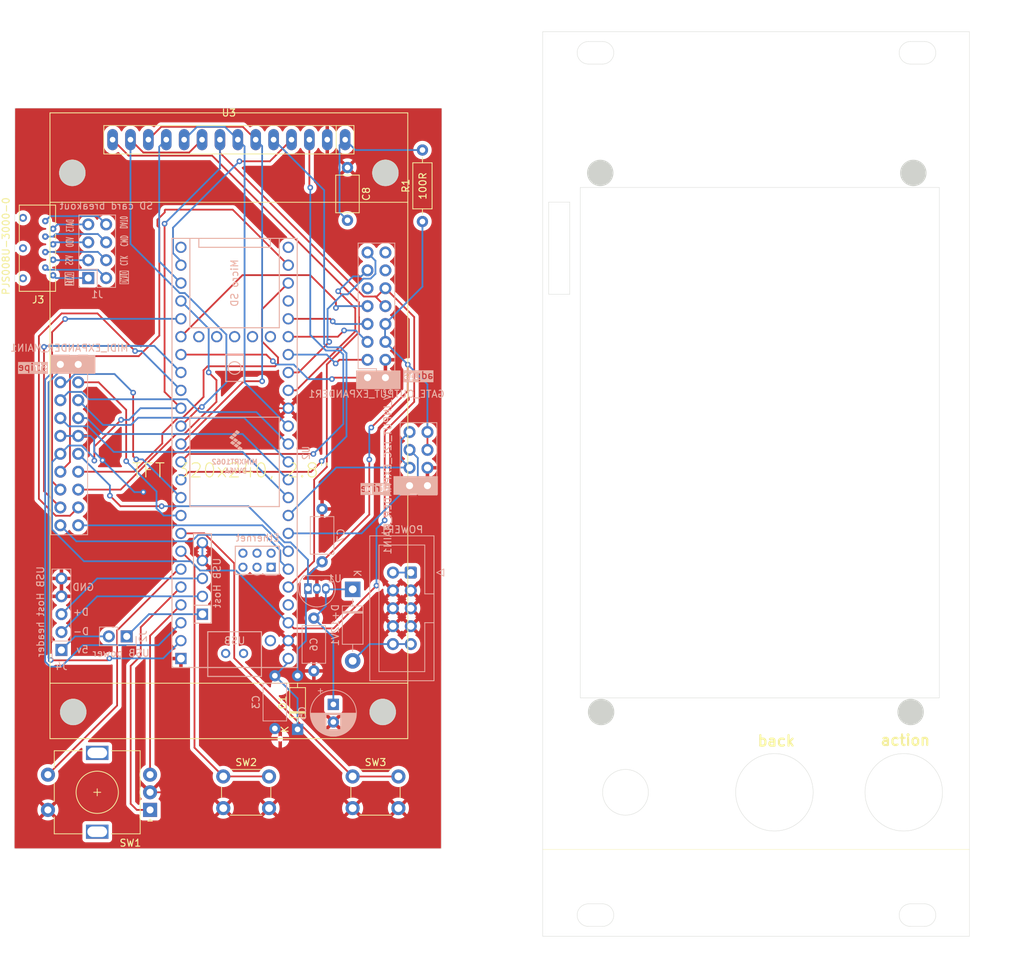
<source format=kicad_pcb>
(kicad_pcb (version 20221018) (generator pcbnew)
  (layers (0 "F.Cu" signal) (31 "B.Cu" signal) (34 "B.Paste" user) (35 "F.Paste" user) (36 "B.SilkS" user "B.Silkscreen") (37 "F.SilkS" user "F.Silkscreen") (38 "B.Mask" user) (39 "F.Mask" user) (44 "Edge.Cuts" user))
  (net 0 "")
  (net 1 "+5V")
  (net 2 "GND")
  (net 3 "+12V")
  (net 4 "+3V3")
  (net 5 "Gate SPI MOSI")
  (net 6 "Gate SPI MISO")
  (net 7 "External CS1")
  (net 8 "External CS2")
  (net 9 "Gate SPI SCK")
  (net 11 "INT_1")
  (net 13 "INT_2")
  (net 14 "i2c SCL")
  (net 15 "i2c SDA")
  (net 17 "Touch IRQ")
  (net 18 "MIDI_5_RX")
  (net 19 "MIDI_5_TX")
  (net 20 "MIDI_4_TX")
  (net 21 "MIDI_4_RX")
  (net 22 "MIDI_3_RX")
  (net 23 "MIDI_3_TX")
  (net 24 "MIDI_1_RX")
  (net 25 "MIDI_1_TX")
  (net 26 "MIDI_2_RX")
  (net 27 "MIDI_2_TX")
  (net 28 "TFT DC")
  (net 29 "TFT CS")
  (net 30 "TFT SPI MOSI")
  (net 31 "TFT SPI MISO")
  (net 32 "TFT Reset")
  (net 33 "Touch CS")
  (net 34 "MIDI_8_TX")
  (net 35 "MIDI_8_RX")
  (net 36 "MIDI_7_TX")
  (net 37 "MIDI_6_TX")
  (net 38 "MIDI_7_RX")
  (net 39 "Net-(J1-Pin_1)")
  (net 40 "MIDI_6_RX")
  (net 41 "Net-(J1-Pin_2)")
  (net 42 "TFT SPI SCK")
  (net 43 "Net-(D+12V1-A)")
  (net 44 "Net-(U3-VCC)")
  (net 45 "Net-(J1-Pin_3)")
  (net 46 "Net-(J1-Pin_4)")
  (net 47 "Net-(J1-Pin_5)")
  (net 48 "Net-(J1-Pin_6)")
  (net 49 "Net-(J1-Pin_7)")
  (net 50 "Net-(J1-Pin_8)")
  (net 51 "Net-(J2-Pin_1)")
  (net 52 "Net-(J2-Pin_2)")
  (net 53 "Net-(POWER1-Pin_1)")
  (net 54 "Net-(U2-3_LRCLK2)")
  (net 55 "Net-(U2-2_OUT2)")
  (net 56 "Net-(U2-4_BCLK2)")
  (net 57 "Net-(U2-5_IN2)")
  (net 58 "Net-(U2-6_OUT1D)")
  (net 69 "Net-(J4-Pin_2)")
  (net 70 "Net-(J4-Pin_3)")
  (net 79 "Net-(D1-K)")
  (footprint "Button_Switch_THT:SW_PUSH_6mm_H13mm" (layer "F.Cu") (at 91.687089 129.1188)
    (fp_text reference "SW3")
    (fp_text value "SW_Push_Select")
  )
  (footprint "Capacitor_THT:C_Axial_L5.1mm_D3.1mm_P7.50mm_Horizontal" (layer "F.Cu") (at 90.9574 42.6142 -90)
    (fp_text reference "C8")
    (fp_text value "C_Small")
  )
  (footprint "Diode_THT:D_DO-35_SOD27_P7.62mm_Horizontal" (layer "F.Cu") (at 83.8708 122.428 90)
    (fp_text reference "D1")
    (fp_text value "1N4148")
  )
  (footprint "Button_Switch_THT:SW_PUSH_6mm_H13mm" (layer "F.Cu") (at 73.321413 129.1188)
    (fp_text reference "SW2")
    (fp_text value "SW_Push_Back")
  )
  (footprint "doctea:RotaryEncoder_Alps_EC11E-Switch_Vertical_H20mm" (layer "F.Cu") (at 62.9268 133.8688 180)
    (fp_text reference "SW1")
    (fp_text value "Rotary_Encoder_Switch")
  )
  (footprint "ili9341:TFT-320x240" (layer "F.Cu") (at 74.1172 38.6588 180)
    (fp_text reference "U3")
    (fp_text value "TFT_320x240")
  )
  (footprint "Resistor_THT:R_Axial_DIN0207_L6.3mm_D2.5mm_P10.16mm_Horizontal" (layer "F.Cu") (at 101.6 50.292 90)
    (fp_text reference "R1")
    (fp_text value "100R")
  )
  (footprint "footprints:PJS008U-3000-0" (layer "F.Cu") (at 48.0568 50.225599 -90)
    (fp_text reference "J3")
    (fp_text value "PJS008U-3000-0")
  )
  (footprint "Connector_PinHeader_2.54mm:PinHeader_2x04_P2.54mm_Vertical" (layer "B.Cu") (at 54.1528 58.3184)
    (fp_text reference "J1")
    (fp_text value "SD card breakout")
  )
  (footprint "teensy:Teensy41" (layer "B.Cu") (at 74.93 83.1596 90)
    (fp_text reference "U2")
    (fp_text value "Teensy4.1")
  )
  (footprint "Connector_PinHeader_2.54mm:PinHeader_2x04_P2.54mm_Vertical" (layer "B.Cu") (at 99.7712 87.8078)
    (fp_text reference "CV_INPUT_I2C_EXPANDER_MAIN1")
    (fp_text value "8 pin header")
  )
  (footprint "Capacitor_THT:C_Axial_L5.1mm_D3.1mm_P7.50mm_Horizontal" (layer "B.Cu") (at 87.3506 98.619 90)
    (fp_text reference "C7")
    (fp_text value "1uF")
  )
  (footprint "Package_TO_SOT_THT:TO-92_Inline" (layer "B.Cu") (at 85.344 102.4382)
    (fp_text reference "U1")
    (fp_text value "L78L05_TO92")
  )
  (footprint "Capacitor_THT:C_Axial_L5.1mm_D3.1mm_P7.50mm_Horizontal" (layer "B.Cu") (at 86.1822 106.6292 -90)
    (fp_text reference "C6")
    (fp_text value "10uF")
  )
  (footprint "Diode_THT:D_DO-41_SOD81_P10.16mm_Horizontal" (layer "B.Cu") (at 91.694 102.5398 -90)
    (fp_text reference "D+12V1")
    (fp_text value "1N5817")
  )
  (footprint "Capacitor_THT:C_Axial_L5.1mm_D3.1mm_P7.50mm_Horizontal" (layer "B.Cu") (at 80.645 114.808 -90)
    (fp_text reference "C3")
    (fp_text value "C_Small")
  )
  (footprint "Connector_IDC:IDC-Header_2x05_P2.54mm_Vertical" (layer "B.Cu") (at 99.949 100.1522 180)
    (fp_text reference "POWER1")
    (fp_text value "Eurorack power header")
  )
  (footprint "Connector_PinHeader_2.54mm:PinHeader_2x08_P2.54mm_Vertical" (layer "B.Cu") (at 93.8022 72.4662)
    (fp_text reference "GATE_OUTPUT_EXPANDER1")
    (fp_text value "16 pin header")
  )
  (footprint "Capacitor_THT:CP_Radial_D6.3mm_P2.50mm" (layer "B.Cu") (at 88.9508 118.883421 -90)
    (fp_text reference "C5")
    (fp_text value "C_Polarized_Small")
  )
  (footprint "Connector_PinHeader_2.54mm:PinHeader_1x05_P2.54mm_Vertical" (layer "B.Cu") (at 50.3428 111.1504)
    (fp_text reference "J4")
    (fp_text value "USB Host header")
  )
  (footprint "Connector_PinHeader_2.54mm:PinHeader_2x10_P2.54mm_Vertical" (layer "B.Cu") (at 52.7304 70.5866 180)
    (fp_text reference "MIDI_EXPANDER_MAIN1")
    (fp_text value "20 pin header")
  )
  (footprint "Connector_PinHeader_2.54mm:PinHeader_1x02_P2.54mm_Vertical" (layer "B.Cu") (at 59.6138 109.22 90)
    (fp_text reference "J2")
    (fp_text value "USB power")
  )
  (gr_rect (start 92.2436 71.501) (end 98.425 74.041) (stroke (width 0.12)) (fill solid) (layer "B.SilkS"))
  (gr_rect (start 48.922138 69.3166) (end 55.103538 71.8566) (stroke (width 0.12)) (fill solid) (layer "B.SilkS"))
  (gr_rect (start 97.5441 86.5124) (end 103.7255 89.0524) (stroke (width 0.12)) (fill solid) (layer "B.SilkS"))
  (gr_line (start 118.6646 139.4966) (end 179.2646 139.4966) (stroke (width 0.05)) (layer "F.SilkS"))
  (gr_line (start 127.1664 147.217) (end 125.1664 147.217) (stroke (width 0.05)) (layer "Edge.Cuts"))
  (gr_line (start 127.1664 24.717) (end 125.1664 24.717) (stroke (width 0.05)) (layer "Edge.Cuts"))
  (gr_circle (center 126.8454 43.383) (end 128.6954 43.383) (stroke (width 0.05)) (fill solid) (layer "Edge.Cuts"))
  (gr_line (start 172.8864 24.717) (end 170.8864 24.717) (stroke (width 0.05)) (layer "Edge.Cuts"))
  (gr_arc (start 127.1664 24.717) (mid 128.7664 26.317) (end 127.1664 27.917) (stroke (width 0.05)) (layer "Edge.Cuts"))
  (gr_line (start 104.2648 139.3698) (end 104.3388 34.1884) (stroke (width 0.05)) (layer "Edge.Cuts"))
  (gr_arc (start 125.1664 150.417) (mid 123.5664 148.817) (end 125.1664 147.217) (stroke (width 0.05)) (layer "Edge.Cuts"))
  (gr_line (start 170.8864 27.917) (end 172.8864 27.917) (stroke (width 0.05)) (layer "Edge.Cuts"))
  (gr_circle (center 171.2954 43.383) (end 173.1454 43.383) (stroke (width 0.05)) (fill solid) (layer "Edge.Cuts"))
  (gr_line (start 118.6664 151.817) (end 179.2664 151.817) (stroke (width 0.05)) (layer "Edge.Cuts"))
  (gr_rect (start 119.5175 47.5232) (end 122.5274 60.6296) (stroke (width 0.05)) (fill none) (layer "Edge.Cuts"))
  (gr_line (start 170.8864 150.417) (end 172.8864 150.417) (stroke (width 0.05)) (layer "Edge.Cuts"))
  (gr_line (start 172.8864 147.217) (end 170.8864 147.217) (stroke (width 0.05)) (layer "Edge.Cuts"))
  (gr_arc (start 172.8864 147.217) (mid 174.4864 148.817) (end 172.8864 150.417) (stroke (width 0.05)) (layer "Edge.Cuts"))
  (gr_line (start 179.2664 151.817) (end 179.2664 23.317) (stroke (width 0.05)) (layer "Edge.Cuts"))
  (gr_arc (start 125.1664 27.917) (mid 123.5664 26.317) (end 125.1664 24.717) (stroke (width 0.05)) (layer "Edge.Cuts"))
  (gr_circle (center 130.4272 131.3688) (end 133.6772 131.3688) (stroke (width 0.05)) (fill none) (layer "Edge.Cuts"))
  (gr_circle (center 51.8922 43.3832) (end 53.7422 43.3832) (stroke (width 0.05)) (fill solid) (layer "Edge.Cuts"))
  (gr_line (start 118.6664 23.317) (end 118.6664 151.817) (stroke (width 0.05)) (layer "Edge.Cuts"))
  (gr_circle (center 151.5716 131.3688) (end 157.0716 131.3688) (stroke (width 0.05)) (fill none) (layer "Edge.Cuts"))
  (gr_line (start 125.1664 150.417) (end 127.1664 150.417) (stroke (width 0.05)) (layer "Edge.Cuts"))
  (gr_line (start 179.2664 23.317) (end 118.6664 23.317) (stroke (width 0.05)) (layer "Edge.Cuts"))
  (gr_circle (center 169.9368 131.3688) (end 175.4368 131.3688) (stroke (width 0.05)) (fill none) (layer "Edge.Cuts"))
  (gr_circle (center 126.9682 119.964) (end 128.8182 119.964) (stroke (width 0.05)) (fill solid) (layer "Edge.Cuts"))
  (gr_line (start 43.7388 34.1884) (end 43.6648 139.3698) (stroke (width 0.05)) (layer "Edge.Cuts"))
  (gr_circle (center 96.3422 43.3832) (end 98.1922 43.3832) (stroke (width 0.05)) (fill solid) (layer "Edge.Cuts"))
  (gr_arc (start 127.1664 147.217) (mid 128.7664 148.817) (end 127.1664 150.417) (stroke (width 0.05)) (layer "Edge.Cuts"))
  (gr_circle (center 52.015 119.9642) (end 53.865 119.9642) (stroke (width 0.05)) (fill solid) (layer "Edge.Cuts"))
  (gr_rect (start 124.002 45.4486) (end 175.002 117.9486) (stroke (width 0.05)) (fill none) (layer "Edge.Cuts"))
  (gr_circle (center 95.9612 119.9642) (end 97.8112 119.9642) (stroke (width 0.05)) (fill solid) (layer "Edge.Cuts"))
  (gr_line (start 104.3388 34.1884) (end 43.7388 34.1884) (stroke (width 0.05)) (layer "Edge.Cuts"))
  (gr_arc (start 170.8864 27.917) (mid 169.2864 26.317) (end 170.8864 24.717) (stroke (width 0.05)) (layer "Edge.Cuts"))
  (gr_arc (start 170.8864 150.417) (mid 169.2864 148.817) (end 170.8864 147.217) (stroke (width 0.05)) (layer "Edge.Cuts"))
  (gr_circle (center 170.9144 119.964) (end 172.7644 119.964) (stroke (width 0.05)) (fill solid) (layer "Edge.Cuts"))
  (gr_arc (start 172.8864 24.717) (mid 174.4864 26.317) (end 172.8864 27.917) (stroke (width 0.05)) (layer "Edge.Cuts"))
  (gr_line (start 125.1664 27.917) (end 127.1664 27.917) (stroke (width 0.05)) (layer "Edge.Cuts"))
  (gr_line (start 43.6648 139.3698) (end 104.2648 139.3698) (stroke (width 0.05)) (layer "Edge.Cuts"))
  (gr_text "CLK" (at 58.5978 56.6166 -90) (layer "B.SilkS") (effects (font (size 1 0.5) (thickness 0.125)) (justify left bottom mirror)))
  (gr_text "DAT3" (at 52.1716 49.8856 90) (layer "B.SilkS") (effects (font (size 1 0.5) (thickness 0.125)) (justify left bottom mirror)))
  (gr_text "5v" (at 53.3146 111.0996) (layer "B.SilkS") (effects (font (size 1 1)) (justify mirror)))
  (gr_text "D+\n" (at 53.1114 105.7656) (layer "B.SilkS") (effects (font (size 1 1)) (justify mirror)))
  (gr_text "stripe" (at 98.8314 71.8058 180) (layer "B.SilkS" knockout) (effects (font (size 1 1)) (justify left bottom mirror)))
  (gr_text "VDD" (at 52.1462 52.4256 90) (layer "B.SilkS") (effects (font (size 1 0.5) (thickness 0.125)) (justify left bottom mirror)))
  (gr_text "VSS" (at 52.07 55.0164 90) (layer "B.SilkS") (effects (font (size 1 0.5) (thickness 0.125)) (justify left bottom mirror)))
  (gr_text "DAT0" (at 58.6232 59.2074 -90) (layer "B.SilkS" knockout) (effects (font (size 1 0.5) (thickness 0.125)) (justify left bottom mirror)))
  (gr_text "D-\n\n" (at 53.1368 109.3216) (layer "B.SilkS") (effects (font (size 1 1)) (justify mirror)))
  (gr_text "CMD" (at 58.6232 53.8988 -90) (layer "B.SilkS") (effects (font (size 1 0.5) (thickness 0.125)) (justify left bottom mirror)))
  (gr_text "DAT0" (at 58.5724 51.3842 -90) (layer "B.SilkS") (effects (font (size 1 0.5) (thickness 0.125)) (justify left bottom mirror)))
  (gr_text "stripe" (at 97.1377 88.7476) (layer "B.SilkS" knockout) (effects (font (size 1 1)) (justify left bottom mirror)))
  (gr_text "DAT1\n" (at 52.0954 57.4548 90) (layer "B.SilkS" knockout) (effects (font (size 1 0.5) (thickness 0.125)) (justify left bottom mirror)))
  (gr_text "stripe" (at 48.515738 71.5518) (layer "B.SilkS" knockout) (effects (font (size 1 1)) (justify left bottom mirror)))
  (gr_text "GND" (at 53.4416 102.235) (layer "B.SilkS") (effects (font (size 1 1)) (justify mirror)))
  (gr_text "action" (at 166.497 124.841) (layer "F.SilkS") (effects (font (size 1.5 1.5) (thickness 0.3) bold) (justify left bottom)))
  (gr_text "back" (at 149.0218 124.9426) (layer "F.SilkS") (effects (font (size 1.5 1.5) (thickness 0.3) bold) (justify left bottom)))
  (segment (start 94.0562 91.9134) (end 94.0562 84.0994) (width 0.25) (layer "F.Cu") (net 1))
  (segment (start 99.5172 70.612) (end 99.5172 74.3712) (width 0.25) (layer "F.Cu") (net 1))
  (segment (start 99.5172 74.3712) (end 94.3356 79.5528) (width 0.25) (layer "F.Cu") (net 1))
  (segment (start 94.0562 91.9134) (end 87.3506 98.619) (width 0.25) (layer "F.Cu") (net 1))
  (segment (start 102.3112 80.1878) (end 102.3112 82.7278) (width 0.25) (layer "F.Cu") (net 1))
  (segment (start 64.5668 90.7288) (end 58.7248 90.7288) (width 0.25) (layer "F.Cu") (net 1))
  (segment (start 58.7248 90.7288) (end 57.2262 89.2302) (width 0.25) (layer "F.Cu") (net 1))
  (via (at 57.2262 89.2302) (size 0.8) (drill 0.4) (layers "F.Cu" "B.Cu") (net 1))
  (via (at 64.5668 90.7288) (size 0.8) (drill 0.4) (layers "F.Cu" "B.Cu") (net 1))
  (via (at 94.3356 79.5528) (size 0.8) (drill 0.4) (layers "F.Cu" "B.Cu") (net 1))
  (via (at 99.5172 70.612) (size 0.8) (drill 0.4) (layers "F.Cu" "B.Cu") (net 1))
  (via (at 94.0562 84.0994) (size 0.8) (drill 0.4) (layers "F.Cu" "B.Cu") (net 1))
  (segment (start 82.870991 95.8596) (end 82.0166 95.8596) (width 0.25) (layer "B.Cu") (net 1))
  (segment (start 83.8708 111.0488) (end 83.8708 114.808) (width 0.25) (layer "B.Cu") (net 1))
  (segment (start 96.2914 67.3862) (end 96.2914 64.8462) (width 0.25) (layer "B.Cu") (net 1))
  (segment (start 82.0166 95.8596) (end 76.8858 90.7288) (width 0.25) (layer "B.Cu") (net 1))
  (segment (start 85.0572 102.725) (end 85.0572 109.8624) (width 0.25) (layer "B.Cu") (net 1))
  (segment (start 101.6 59.5376) (end 101.6 50.292) (width 0.25) (layer "B.Cu") (net 1))
  (segment (start 94.0562 84.0994) (end 94.0562 79.8322) (width 0.25) (layer "B.Cu") (net 1))
  (segment (start 76.8858 90.7288) (end 64.5668 90.7288) (width 0.25) (layer "B.Cu") (net 1))
  (segment (start 85.0572 109.8624) (end 83.8708 111.0488) (width 0.25) (layer "B.Cu") (net 1))
  (segment (start 102.3062 73.401) (end 96.2914 67.3862) (width 0.25) (layer "B.Cu") (net 1))
  (segment (start 96.2914 64.8462) (end 101.6 59.5376) (width 0.25) (layer "B.Cu") (net 1))
  (segment (start 57.2262 87.7824) (end 53.048598 83.604798) (width 0.25) (layer "B.Cu") (net 1))
  (segment (start 85.344 98.332609) (end 82.870991 95.8596) (width 0.25) (layer "B.Cu") (net 1))
  (segment (start 85.344 100.6256) (end 85.344 102.4382) (width 0.25) (layer "B.Cu") (net 1))
  (segment (start 94.0562 79.8322) (end 94.3356 79.5528) (width 0.25) (layer "B.Cu") (net 1))
  (segment (start 57.2262 89.2302) (end 57.2262 87.7824) (width 0.25) (layer "B.Cu") (net 1))
  (segment (start 85.344 100.6256) (end 85.344 98.332609) (width 0.25) (layer "B.Cu") (net 1))
  (segment (start 102.3062 80.1524) (end 102.3062 73.401) (width 0.25) (layer "B.Cu") (net 1))
  (segment (start 87.3506 98.619) (end 85.344 100.6256) (width 0.25) (layer "B.Cu") (net 1))
  (segment (start 64.7192 85.979) (end 64.7192 84.6836) (width 0.25) (layer "F.Cu") (net 2))
  (segment (start 71.071413 131.3688) (end 73.321413 133.6188) (width 0.25) (layer "F.Cu") (net 2))
  (segment (start 67.7926 131.3688) (end 71.071413 131.3688) (width 0.25) (layer "F.Cu") (net 2))
  (segment (start 67.707191 83.0834) (end 66.3194 83.0834) (width 0.25) (layer "F.Cu") (net 2))
  (segment (start 66.3194 83.0834) (end 64.7192 84.6836) (width 0.25) (layer "F.Cu") (net 2))
  (segment (start 62.9268 131.3688) (end 67.7418 131.3688) (width 0.25) (layer "F.Cu") (net 2))
  (segment (start 67.7418 131.3688) (end 67.7672 131.3942) (width 0.25) (layer "F.Cu") (net 2))
  (segment (start 67.7672 131.3942) (end 67.7926 131.3688) (width 0.25) (layer "F.Cu") (net 2))
  (segment (start 73.980991 76.8096) (end 67.707191 83.0834) (width 0.25) (layer "F.Cu") (net 2))
  (segment (start 61.976 88.7222) (end 64.7192 85.979) (width 0.25) (layer "F.Cu") (net 2))
  (segment (start 82.55 76.8096) (end 73.980991 76.8096) (width 0.25) (layer "F.Cu") (net 2))
  (via (at 61.976 88.7222) (size 0.8) (drill 0.4) (layers "F.Cu" "B.Cu") (net 2))
  (via (at 56.1848 84.201) (size 0.8) (drill 0.4) (layers "F.Cu" "B.Cu") (net 2))
  (segment (start 70.3608 98.4504) (end 70.3608 95.9104) (width 0.25) (layer "B.Cu") (net 2))
  (segment (start 54.992874 83.009074) (end 54.992874 81.251576) (width 0.25) (layer "B.Cu") (net 2))
  (segment (start 52.7304 80.7466) (end 54.487898 80.7466) (width 0.25) (layer "B.Cu") (net 2))
  (segment (start 61.976 88.7222) (end 60.706 88.7222) (width 0.25) (layer "B.Cu") (net 2))
  (segment (start 50.1904 80.7466) (end 52.7304 80.7466) (width 0.25) (layer "B.Cu") (net 2))
  (segment (start 60.706 88.7222) (end 54.992874 83.009074) (width 0.25) (layer "B.Cu") (net 2))
  (segment (start 54.487898 80.7466) (end 54.992874 81.251576) (width 0.25) (layer "B.Cu") (net 2))
  (segment (start 87.884 102.4382) (end 87.884 104.9274) (width 0.25) (layer "B.Cu") (net 3))
  (segment (start 88.9508 109.3978) (end 88.9508 118.883421) (width 0.25) (layer "B.Cu") (net 3))
  (segment (start 87.884 104.9274) (end 86.1822 106.6292) (width 0.25) (layer "B.Cu") (net 3))
  (segment (start 91.694 102.5398) (end 87.9856 102.5398) (width 0.25) (layer "B.Cu") (net 3))
  (segment (start 86.1822 106.6292) (end 88.9508 109.3978) (width 0.25) (layer "B.Cu") (net 3))
  (segment (start 55.0164 82.252648) (end 55.0164 84.2518) (width 0.25) (layer "F.Cu") (net 4))
  (segment (start 96.2406 80.11036) (end 96.2406 92.7354) (width 0.25) (layer "F.Cu") (net 4))
  (segment (start 82.55 107.2896) (end 83.349999 108.089599) (width 0.25) (layer "F.Cu") (net 4))
  (segment (start 72.8472 40.523701) (end 93.264699 60.9412) (width 0.25) (layer "F.Cu") (net 4))
  (segment (start 64.9865 74.4861) (end 64.9865 50.5968) (width 0.25) (layer "F.Cu") (net 4))
  (segment (start 95.1164 60.9412) (end 96.2914 59.7662) (width 0.25) (layer "F.Cu") (net 4))
  (segment (start 93.264699 60.9412) (end 94.8436 60.9412) (width 0.25) (layer "F.Cu") (net 4))
  (segment (start 72.8472 38.6588) (end 72.8472 40.523701) (width 0.25) (layer "F.Cu") (net 4))
  (segment (start 100.4316 75.90616) (end 100.4316 63.8556) (width 0.25) (layer "F.Cu") (net 4))
  (segment (start 67.31 76.8096) (end 64.9865 74.4861) (width 0.25) (layer "F.Cu") (net 4))
  (segment (start 96.2914 62.3062) (end 94.9264 60.9412) (width 0.25) (layer "F.Cu") (net 4))
  (segment (start 96.234 80.10376) (end 100.4316 75.90616) (width 0.25) (layer "F.Cu") (net 4))
  (segment (start 88.994201 108.089599) (end 95.0748 102.009) (width 0.25) (layer "F.Cu") (net 4))
  (segment (start 96.234 80.10376) (end 96.2406 80.11036) (width 0.25) (layer "F.Cu") (net 4))
  (segment (start 94.8436 60.9412) (end 95.1164 60.9412) (width 0.25) (layer "F.Cu") (net 4))
  (segment (start 94.9264 60.9412) (end 94.8436 60.9412) (width 0.25) (layer "F.Cu") (net 4))
  (segment (start 58.8131 78.455948) (end 55.0164 82.252648) (width 0.25) (layer "F.Cu") (net 4))
  (segment (start 100.4316 63.8556) (end 96.3422 59.7662) (width 0.25) (layer "F.Cu") (net 4))
  (segment (start 83.349999 108.089599) (end 88.994201 108.089599) (width 0.25) (layer "F.Cu") (net 4))
  (via (at 55.0164 84.2518) (size 0.8) (drill 0.4) (layers "F.Cu" "B.Cu") (net 4))
  (via (at 58.8131 78.455948) (size 0.8) (drill 0.4) (layers "F.Cu" "B.Cu") (net 4))
  (via (at 64.9865 50.5968) (size 0.8) (drill 0.4) (layers "F.Cu" "B.Cu") (net 4))
  (via (at 95.0748 102.009) (size 0.8) (drill 0.4) (layers "F.Cu" "B.Cu") (net 4))
  (via (at 96.2406 92.7354) (size 0.8) (drill 0.4) (layers "F.Cu" "B.Cu") (net 4))
  (segment (start 53.5358 98.5446) (end 68.6996 98.5446) (width 0.25) (layer "B.Cu") (net 4))
  (segment (start 49.0154 84.4616) (end 49.0154 94.0242) (width 0.25) (layer "B.Cu") (net 4))
  (segment (start 51.3654 82.1116) (end 50.1904 83.2866) (width 0.25) (layer "B.Cu") (net 4))
  (segment (start 61.5696 76.8096) (end 59.923252 78.455948) (width 0.25) (layer "B.Cu") (net 4))
  (segment (start 72.8472 38.6588) (end 72.8472 42.7361) (width 0.25) (layer "B.Cu") (net 4))
  (segment (start 55.0164 84.2518) (end 55.0164 83.910899) (width 0.25) (layer "B.Cu") (net 4))
  (segment (start 59.923252 78.455948) (end 58.8131 78.455948) (width 0.25) (layer "B.Cu") (net 4))
  (segment (start 72.8472 42.7361) (end 64.9865 50.5968) (width 0.25) (layer "B.Cu") (net 4))
  (segment (start 96.2406 92.7354) (end 95.0748 93.9012) (width 0.25) (layer "B.Cu") (net 4))
  (segment (start 70.0204 99.8654) (end 75.1258 99.8654) (width 0.25) (layer "B.Cu") (net 4))
  (segment (start 75.1258 99.8654) (end 82.55 107.2896) (width 0.25) (layer "B.Cu") (net 4))
  (segment (start 95.0748 93.9012) (end 95.0748 102.009) (width 0.25) (layer "B.Cu") (net 4))
  (segment (start 68.6996 98.5446) (end 70.0204 99.8654) (width 0.25) (layer "B.Cu") (net 4))
  (segment (start 55.0164 83.910899) (end 53.217101 82.1116) (width 0.25) (layer "B.Cu") (net 4))
  (segment (start 50.1904 83.2866) (end 49.0154 84.4616) (width 0.25) (layer "B.Cu") (net 4))
  (segment (start 49.0154 94.0242) (end 53.5358 98.5446) (width 0.25) (layer "B.Cu") (net 4))
  (segment (start 67.31 76.8096) (end 61.5696 76.8096) (width 0.25) (layer "B.Cu") (net 4))
  (segment (start 53.217101 82.1116) (end 51.3654 82.1116) (width 0.25) (layer "B.Cu") (net 4))
  (segment (start 88.9508 72.4662) (end 93.7514 72.4662) (width 0.25) (layer "F.Cu") (net 5))
  (segment (start 79.4258 69.1896) (end 80.3656 70.1294) (width 0.25) (layer "F.Cu") (net 5))
  (segment (start 67.31 69.1896) (end 79.4258 69.1896) (width 0.25) (layer "F.Cu") (net 5))
  (segment (start 88.7476 72.6694) (end 88.9508 72.4662) (width 0.25) (layer "F.Cu") (net 5))
  (via (at 80.3656 70.1294) (size 0.8) (drill 0.4) (layers "F.Cu" "B.Cu") (net 5))
  (via (at 88.7476 72.6694) (size 0.8) (drill 0.4) (layers "F.Cu" "B.Cu") (net 5))
  (segment (start 83.329011 70.604301) (end 85.39411 72.6694) (width 0.25) (layer "B.Cu") (net 5))
  (segment (start 85.39411 72.6694) (end 88.7476 72.6694) (width 0.25) (layer "B.Cu") (net 5))
  (segment (start 80.3656 70.1294) (end 80.840501 70.604301) (width 0.25) (layer "B.Cu") (net 5))
  (segment (start 80.840501 70.604301) (end 83.329011 70.604301) (width 0.25) (layer "B.Cu") (net 5))
  (segment (start 89.281 70.4596) (end 89.8144 69.9262) (width 0.25) (layer "F.Cu") (net 6))
  (segment (start 89.8144 69.9262) (end 93.7514 69.9262) (width 0.25) (layer "F.Cu") (net 6))
  (via (at 89.281 70.4596) (size 0.8) (drill 0.4) (layers "F.Cu" "B.Cu") (net 6))
  (segment (start 88.011 69.1896) (end 89.281 70.4596) (width 0.25) (layer "B.Cu") (net 6))
  (segment (start 82.55 69.1896) (end 88.011 69.1896) (width 0.25) (layer "B.Cu") (net 6))
  (segment (start 82.55 66.6496) (end 89.5858 66.6496) (width 0.25) (layer "F.Cu") (net 7))
  (segment (start 89.5858 66.6496) (end 90.4748 65.7606) (width 0.25) (layer "F.Cu") (net 7))
  (via (at 90.4748 65.7606) (size 0.8) (drill 0.4) (layers "F.Cu" "B.Cu") (net 7))
  (segment (start 92.1258 65.7606) (end 93.7514 67.3862) (width 0.25) (layer "B.Cu") (net 7))
  (segment (start 90.4748 65.7606) (end 92.1258 65.7606) (width 0.25) (layer "B.Cu") (net 7))
  (segment (start 88.5057 64.1096) (end 88.863651 64.467551) (width 0.25) (layer "F.Cu") (net 8))
  (segment (start 82.55 64.1096) (end 88.5057 64.1096) (width 0.25) (layer "F.Cu") (net 8))
  (via (at 88.863651 64.467551) (size 0.8) (drill 0.4) (layers "F.Cu" "B.Cu") (net 8))
  (segment (start 89.2423 64.8462) (end 88.863651 64.467551) (width 0.25) (layer "B.Cu") (net 8))
  (segment (start 93.7514 64.8462) (end 89.2423 64.8462) (width 0.25) (layer "B.Cu") (net 8))
  (segment (start 85.6668 57.9046) (end 89.316749 61.554549) (width 0.25) (layer "F.Cu") (net 9))
  (segment (start 76.055 57.9046) (end 85.6668 57.9046) (width 0.25) (layer "F.Cu") (net 9))
  (segment (start 67.31 66.6496) (end 76.055 57.9046) (width 0.25) (layer "F.Cu") (net 9))
  (segment (start 89.316749 61.554549) (end 89.316749 62.558449) (width 0.25) (layer "F.Cu") (net 9))
  (via (at 89.316749 62.558449) (size 0.8) (drill 0.4) (layers "F.Cu" "B.Cu") (net 9))
  (segment (start 93.7514 62.3062) (end 89.568998 62.3062) (width 0.25) (layer "B.Cu") (net 9))
  (segment (start 89.568998 62.3062) (end 89.316749 62.558449) (width 0.25) (layer "B.Cu") (net 9))
  (segment (start 84.013865 71.7296) (end 88.369365 67.3741) (width 0.25) (layer "F.Cu") (net 11))
  (segment (start 82.55 71.7296) (end 84.013865 71.7296) (width 0.25) (layer "F.Cu") (net 11))
  (via (at 88.369365 67.3741) (size 0.8) (drill 0.4) (layers "F.Cu" "B.Cu") (net 11))
  (segment (start 88.128723 62.721877) (end 88.128723 67.133458) (width 0.25) (layer "B.Cu") (net 11))
  (segment (start 90.2196 60.631) (end 88.128723 62.721877) (width 0.25) (layer "B.Cu") (net 11))
  (segment (start 93.7514 54.6862) (end 94.9264 55.8612) (width 0.25) (layer "B.Cu") (net 11))
  (segment (start 93.212796 58.4012) (end 90.982996 60.631) (width 0.25) (layer "B.Cu") (net 11))
  (segment (start 94.9264 57.712901) (end 94.238101 58.4012) (width 0.25) (layer "B.Cu") (net 11))
  (segment (start 88.128723 67.133458) (end 88.369365 67.3741) (width 0.25) (layer "B.Cu") (net 11))
  (segment (start 90.982996 60.631) (end 90.2196 60.631) (width 0.25) (layer "B.Cu") (net 11))
  (segment (start 94.9264 55.8612) (end 94.9264 57.712901) (width 0.25) (layer "B.Cu") (net 11))
  (segment (start 94.238101 58.4012) (end 93.212796 58.4012) (width 0.25) (layer "B.Cu") (net 11))
  (segment (start 92.067301 62.620916) (end 89.636193 60.189808) (width 0.25) (layer "F.Cu") (net 13))
  (segment (start 82.55 74.2696) (end 83.68137 74.2696) (width 0.25) (layer "F.Cu") (net 13))
  (segment (start 83.68137 74.2696) (end 92.067301 65.883669) (width 0.25) (layer "F.Cu") (net 13))
  (segment (start 92.067301 65.883669) (end 92.067301 62.620916) (width 0.25) (layer "F.Cu") (net 13))
  (via (at 89.636193 60.189808) (size 0.8) (drill 0.4) (layers "F.Cu" "B.Cu") (net 13))
  (segment (start 92.9014 58.0762) (end 91.749801 58.0762) (width 0.25) (layer "B.Cu") (net 13))
  (segment (start 93.7514 57.2262) (end 92.9014 58.0762) (width 0.25) (layer "B.Cu") (net 13))
  (segment (start 91.749801 58.0762) (end 89.636193 60.189808) (width 0.25) (layer "B.Cu") (net 13))
  (segment (start 99.7662 82.6924) (end 100.9412 83.8674) (width 0.25) (layer "B.Cu") (net 14))
  (segment (start 100.9412 83.8674) (end 100.9412 86.5974) (width 0.25) (layer "B.Cu") (net 14))
  (segment (start 99.7662 87.7724) (end 92.949 94.5896) (width 0.25) (layer "B.Cu") (net 14))
  (segment (start 100.9412 86.5974) (end 99.7662 87.7724) (width 0.25) (layer "B.Cu") (net 14))
  (segment (start 92.949 94.5896) (end 82.55 94.5896) (width 0.25) (layer "B.Cu") (net 14))
  (segment (start 98.5912 81.3274) (end 98.5912 84.0574) (width 0.25) (layer "B.Cu") (net 15))
  (segment (start 89.3672 85.2324) (end 82.55 92.0496) (width 0.25) (layer "B.Cu") (net 15))
  (segment (start 99.7662 85.2324) (end 89.3672 85.2324) (width 0.25) (layer "B.Cu") (net 15))
  (segment (start 98.5912 84.0574) (end 99.7662 85.2324) (width 0.25) (layer "B.Cu") (net 15))
  (segment (start 99.7662 80.1524) (end 98.5912 81.3274) (width 0.25) (layer "B.Cu") (net 15))
  (segment (start 92.567602 61.756712) (end 71.744191 40.933301) (width 0.25) (layer "F.Cu") (net 17))
  (segment (start 92.593002 64.608978) (end 92.593002 63.864222) (width 0.25) (layer "F.Cu") (net 17))
  (segment (start 92.593002 63.864222) (end 92.567602 63.838822) (width 0.25) (layer "F.Cu") (net 17))
  (segment (start 71.744191 40.933301) (end 59.881701 40.933301) (width 0.25) (layer "F.Cu") (net 17))
  (segment (start 92.567602 64.634378) (end 92.593002 64.608978) (width 0.25) (layer "F.Cu") (net 17))
  (segment (start 86.225301 86.960497) (end 88.0226 85.163198) (width 0.25) (layer "F.Cu") (net 17))
  (segment (start 92.567602 63.838822) (end 92.567602 61.756712) (width 0.25) (layer "F.Cu") (net 17))
  (segment (start 86.225301 98.534299) (end 86.225301 86.960497) (width 0.25) (layer "F.Cu") (net 17))
  (segment (start 88.0226 70.593624) (end 92.567602 66.048622) (width 0.25) (layer "F.Cu") (net 17))
  (segment (start 59.881701 40.933301) (end 57.6072 38.6588) (width 0.25) (layer "F.Cu") (net 17))
  (segment (start 82.55 102.2096) (end 86.225301 98.534299) (width 0.25) (layer "F.Cu") (net 17))
  (segment (start 92.567602 66.048622) (end 92.567602 64.634378) (width 0.25) (layer "F.Cu") (net 17))
  (segment (start 88.0226 85.163198) (end 88.0226 70.593624) (width 0.25) (layer "F.Cu") (net 17))
  (segment (start 50.1904 93.4466) (end 52.4584 95.7146) (width 0.25) (layer "B.Cu") (net 18))
  (segment (start 68.852 95.7146) (end 69.7812 94.7854) (width 0.25) (layer "B.Cu") (net 18))
  (segment (start 81.425 98.5446) (end 82.55 99.6696) (width 0.25) (layer "B.Cu") (net 18))
  (segment (start 52.4584 95.7146) (end 68.852 95.7146) (width 0.25) (layer "B.Cu") (net 18))
  (segment (start 79.1824 94.7854) (end 81.425 97.028) (width 0.25) (layer "B.Cu") (net 18))
  (segment (start 69.7812 94.7854) (end 79.1824 94.7854) (width 0.25) (layer "B.Cu") (net 18))
  (segment (start 81.425 97.028) (end 81.425 98.5446) (width 0.25) (layer "B.Cu") (net 18))
  (segment (start 78.867 93.4466) (end 82.55 97.1296) (width 0.25) (layer "B.Cu") (net 19))
  (segment (start 52.7304 93.4466) (end 78.867 93.4466) (width 0.25) (layer "B.Cu") (net 19))
  (segment (start 82.55 89.5096) (end 76.055 83.0146) (width 0.25) (layer "B.Cu") (net 20))
  (segment (start 51.3654 79.3816) (end 50.1904 78.2066) (width 0.25) (layer "B.Cu") (net 20))
  (segment (start 54.147496 79.3816) (end 51.3654 79.3816) (width 0.25) (layer "B.Cu") (net 20))
  (segment (start 57.780497 83.0146) (end 54.147496 79.3816) (width 0.25) (layer "B.Cu") (net 20))
  (segment (start 76.055 83.0146) (end 57.780497 83.0146) (width 0.25) (layer "B.Cu") (net 20))
  (segment (start 56.200481 80.4746) (end 53.932481 78.2066) (width 0.25) (layer "B.Cu") (net 21))
  (segment (start 82.55 86.9696) (end 76.055 80.4746) (width 0.25) (layer "B.Cu") (net 21))
  (segment (start 53.932481 78.2066) (end 52.7304 78.2066) (width 0.25) (layer "B.Cu") (net 21))
  (segment (start 76.055 80.4746) (end 56.200481 80.4746) (width 0.25) (layer "B.Cu") (net 21))
  (segment (start 60.22335 79.180448) (end 56.244248 79.180448) (width 0.25) (layer "B.Cu") (net 22))
  (segment (start 76.281099 78.160699) (end 61.243099 78.160699) (width 0.25) (layer "B.Cu") (net 22))
  (segment (start 56.244248 79.180448) (end 52.7304 75.6666) (width 0.25) (layer "B.Cu") (net 22))
  (segment (start 61.243099 78.160699) (end 60.22335 79.180448) (width 0.25) (layer "B.Cu") (net 22))
  (segment (start 82.55 84.4296) (end 76.281099 78.160699) (width 0.25) (layer "B.Cu") (net 22))
  (segment (start 54.265101 75.5396) (end 53.217101 74.4916) (width 0.25) (layer "B.Cu") (net 23))
  (segment (start 51.3654 74.4916) (end 50.1904 75.6666) (width 0.25) (layer "B.Cu") (net 23))
  (segment (start 53.217101 74.4916) (end 51.3654 74.4916) (width 0.25) (layer "B.Cu") (net 23))
  (segment (start 69.981702 77.3563) (end 68.165002 75.5396) (width 0.25) (layer "B.Cu") (net 23))
  (segment (start 82.55 81.8896) (end 78.0167 77.3563) (width 0.25) (layer "B.Cu") (net 23))
  (segment (start 68.165002 75.5396) (end 54.265101 75.5396) (width 0.25) (layer "B.Cu") (net 23))
  (segment (start 78.0167 77.3563) (end 69.981702 77.3563) (width 0.25) (layer "B.Cu") (net 23))
  (segment (start 48.868372 112.6236) (end 48.826789 112.582017) (width 0.25) (layer "F.Cu") (net 24))
  (segment (start 57.15 112.3442) (end 56.8706 112.6236) (width 0.25) (layer "F.Cu") (net 24))
  (segment (start 56.8706 112.6236) (end 48.868372 112.6236) (width 0.25) (layer "F.Cu") (net 24))
  (via (at 48.826789 112.582017) (size 0.8) (drill 0.4) (layers "F.Cu" "B.Cu") (net 24))
  (via (at 57.15 112.3442) (size 0.8) (drill 0.4) (layers "F.Cu" "B.Cu") (net 24))
  (segment (start 49.893699 71.7616) (end 48.508646 73.146653) (width 0.25) (layer "B.Cu") (net 24))
  (segment (start 51.5554 71.7616) (end 49.893699 71.7616) (width 0.25) (layer "B.Cu") (net 24))
  (segment (start 52.7304 70.5866) (end 51.5554 71.7616) (width 0.25) (layer "B.Cu") (net 24))
  (segment (start 48.508646 112.263874) (end 48.826789 112.582017) (width 0.25) (layer "B.Cu") (net 24))
  (segment (start 57.15 112.3442) (end 64.7954 112.3442) (width 0.25) (layer "B.Cu") (net 24))
  (segment (start 64.7954 112.3442) (end 67.31 109.8296) (width 0.25) (layer "B.Cu") (net 24))
  (segment (start 48.508646 73.146653) (end 48.508646 112.263874) (width 0.25) (layer "B.Cu") (net 24))
  (segment (start 53.3786 110.4646) (end 50.324438 113.518762) (width 0.25) (layer "B.Cu") (net 25))
  (segment (start 67.31 107.2896) (end 64.135 110.4646) (width 0.25) (layer "B.Cu") (net 25))
  (segment (start 48.0314 112.811228) (end 48.0314 72.7456) (width 0.25) (layer "B.Cu") (net 25))
  (segment (start 48.738934 113.518762) (end 48.0314 112.811228) (width 0.25) (layer "B.Cu") (net 25))
  (segment (start 50.324438 113.518762) (end 48.738934 113.518762) (width 0.25) (layer "B.Cu") (net 25))
  (segment (start 48.0314 72.7456) (end 50.1904 70.5866) (width 0.25) (layer "B.Cu") (net 25))
  (segment (start 64.135 110.4646) (end 53.3786 110.4646) (width 0.25) (layer "B.Cu") (net 25))
  (segment (start 59.5376 77.045697) (end 59.5376 84.328) (width 0.25) (layer "F.Cu") (net 26))
  (segment (start 52.7304 73.1266) (end 55.618503 73.1266) (width 0.25) (layer "F.Cu") (net 26))
  (segment (start 55.618503 73.1266) (end 59.5376 77.045697) (width 0.25) (layer "F.Cu") (net 26))
  (via (at 59.5376 84.328) (size 0.8) (drill 0.4) (layers "F.Cu" "B.Cu") (net 26))
  (segment (start 64.863002 92.0496) (end 67.31 92.0496) (width 0.25) (layer "B.Cu") (net 26))
  (segment (start 59.5376 84.328) (end 63.8423 88.6327) (width 0.25) (layer "B.Cu") (net 26))
  (segment (start 63.8423 91.028898) (end 64.863002 92.0496) (width 0.25) (layer "B.Cu") (net 26))
  (segment (start 63.8423 88.6327) (end 63.8423 91.028898) (width 0.25) (layer "B.Cu") (net 26))
  (segment (start 60.5282 74.5998) (end 60.5282 83.6422) (width 0.25) (layer "F.Cu") (net 27))
  (segment (start 60.5282 83.6422) (end 60.96 84.074) (width 0.25) (layer "F.Cu") (net 27))
  (via (at 60.5282 74.5998) (size 0.8) (drill 0.4) (layers "F.Cu" "B.Cu") (net 27))
  (via (at 60.96 84.074) (size 0.8) (drill 0.4) (layers "F.Cu" "B.Cu") (net 27))
  (segment (start 50.1904 73.1266) (end 51.068699 73.1266) (width 0.25) (layer "B.Cu") (net 27))
  (segment (start 60.96 84.074) (end 61.8744 84.074) (width 0.25) (layer "B.Cu") (net 27))
  (segment (start 52.243699 71.9516) (end 57.88 71.9516) (width 0.25) (layer "B.Cu") (net 27))
  (segment (start 51.068699 73.1266) (end 52.243699 71.9516) (width 0.25) (layer "B.Cu") (net 27))
  (segment (start 61.8744 84.074) (end 67.31 89.5096) (width 0.25) (layer "B.Cu") (net 27))
  (segment (start 57.88 71.9516) (end 60.5282 74.5998) (width 0.25) (layer "B.Cu") (net 27))
  (segment (start 85.7815 85.8446) (end 87.2981 84.328) (width 0.25) (layer "F.Cu") (net 28))
  (segment (start 67.31 86.9696) (end 68.435 85.8446) (width 0.25) (layer "F.Cu") (net 28))
  (segment (start 68.435 85.8446) (end 85.7815 85.8446) (width 0.25) (layer "F.Cu") (net 28))
  (via (at 87.2981 84.328) (size 0.8) (drill 0.4) (layers "F.Cu" "B.Cu") (net 28))
  (segment (start 90.815002 68.995022) (end 90.815002 80.811098) (width 0.25) (layer "B.Cu") (net 28))
  (segment (start 90.815002 80.811098) (end 87.2981 84.328) (width 0.25) (layer "B.Cu") (net 28))
  (segment (start 89.983578 68.163598) (end 90.815002 68.995022) (width 0.25) (layer "B.Cu") (net 28))
  (segment (start 87.644865 67.674198) (end 88.134265 68.163598) (width 0.25) (layer "B.Cu") (net 28))
  (segment (start 88.134265 68.163598) (end 89.983578 68.163598) (width 0.25) (layer "B.Cu") (net 28))
  (segment (start 80.4672 38.6588) (end 87.644865 45.836465) (width 0.25) (layer "B.Cu") (net 28))
  (segment (start 87.644865 45.836465) (end 87.644865 67.674198) (width 0.25) (layer "B.Cu") (net 28))
  (segment (start 68.435 83.3046) (end 86.1134 83.3046) (width 0.25) (layer "F.Cu") (net 29))
  (segment (start 85.5472 45.339) (end 85.5472 38.6588) (width 0.25) (layer "F.Cu") (net 29))
  (segment (start 85.6742 45.466) (end 85.5472 45.339) (width 0.25) (layer "F.Cu") (net 29))
  (segment (start 67.31 84.4296) (end 68.435 83.3046) (width 0.25) (layer "F.Cu") (net 29))
  (via (at 86.1134 83.3046) (size 0.8) (drill 0.4) (layers "F.Cu" "B.Cu") (net 29))
  (via (at 85.6742 45.466) (size 0.8) (drill 0.4) (layers "F.Cu" "B.Cu") (net 29))
  (segment (start 90.365501 79.052499) (end 90.365501 69.181211) (width 0.25) (layer "B.Cu") (net 29))
  (segment (start 86.1134 83.3046) (end 90.365501 79.052499) (width 0.25) (layer "B.Cu") (net 29))
  (segment (start 87.892389 68.613099) (end 85.6742 66.39491) (width 0.25) (layer "B.Cu") (net 29))
  (segment (start 90.365501 69.181211) (end 89.797389 68.613099) (width 0.25) (layer "B.Cu") (net 29))
  (segment (start 85.6742 66.39491) (end 85.6742 45.466) (width 0.25) (layer "B.Cu") (net 29))
  (segment (start 89.797389 68.613099) (end 87.892389 68.613099) (width 0.25) (layer "B.Cu") (net 29))
  (segment (start 64.5122 36.8338) (end 62.6872 38.6588) (width 0.25) (layer "F.Cu") (net 30))
  (segment (start 77.9272 38.6588) (end 76.1022 36.8338) (width 0.25) (layer "F.Cu") (net 30))
  (segment (start 76.1022 36.8338) (end 64.5122 36.8338) (width 0.25) (layer "F.Cu") (net 30))
  (segment (start 67.31 81.8896) (end 76.2254 72.9742) (width 0.25) (layer "F.Cu") (net 30))
  (segment (start 76.2254 72.9742) (end 78.8416 72.9742) (width 0.25) (layer "F.Cu") (net 30))
  (via (at 78.8416 72.9742) (size 0.8) (drill 0.4) (layers "F.Cu" "B.Cu") (net 30))
  (segment (start 78.8416 39.5732) (end 77.9272 38.6588) (width 0.25) (layer "B.Cu") (net 30))
  (segment (start 78.8416 72.9742) (end 78.8416 39.5732) (width 0.25) (layer "B.Cu") (net 30))
  (segment (start 68.4822 40.4838) (end 70.3072 38.6588) (width 0.25) (layer "F.Cu") (net 31))
  (segment (start 70.2818 76.6318) (end 70.0278 76.6318) (width 0.25) (layer "F.Cu") (net 31))
  (segment (start 61.9722 40.4838) (end 68.4822 40.4838) (width 0.25) (layer "F.Cu") (net 31))
  (segment (start 70.0278 76.6318) (end 67.31 79.3496) (width 0.25) (layer "F.Cu") (net 31))
  (segment (start 60.1472 38.6588) (end 61.9722 40.4838) (width 0.25) (layer "F.Cu") (net 31))
  (via (at 70.2818 76.6318) (size 0.8) (drill 0.4) (layers "F.Cu" "B.Cu") (net 31))
  (segment (start 67.134009 60.4446) (end 67.8614 60.4446) (width 0.25) (layer "B.Cu") (net 31))
  (segment (start 73.7616 73.152) (end 70.2818 76.6318) (width 0.25) (layer "B.Cu") (net 31))
  (segment (start 60.1472 53.457791) (end 67.134009 60.4446) (width 0.25) (layer "B.Cu") (net 31))
  (segment (start 73.7616 66.3448) (end 73.7616 73.152) (width 0.25) (layer "B.Cu") (net 31))
  (segment (start 60.1472 38.6588) (end 60.1472 53.457791) (width 0.25) (layer "B.Cu") (net 31))
  (segment (start 67.8614 60.4446) (end 73.7616 66.3448) (width 0.25) (layer "B.Cu") (net 31))
  (segment (start 75.6158 41.7322) (end 79.9338 41.7322) (width 0.25) (layer "F.Cu") (net 32))
  (segment (start 79.9338 41.7322) (end 83.0072 38.6588) (width 0.25) (layer "F.Cu") (net 32))
  (via (at 75.6158 41.7322) (size 0.8) (drill 0.4) (layers "F.Cu" "B.Cu") (net 32))
  (segment (start 67.31 55.9054) (end 66.185 54.7804) (width 0.25) (layer "B.Cu") (net 32))
  (segment (start 66.185 51.163) (end 75.6158 41.7322) (width 0.25) (layer "B.Cu") (net 32))
  (segment (start 66.185 54.7804) (end 66.185 51.163) (width 0.25) (layer "B.Cu") (net 32))
  (segment (start 64.2233 55.9429) (end 64.2233 39.6627) (width 0.25) (layer "B.Cu") (net 33))
  (segment (start 67.31 59.0296) (end 64.2233 55.9429) (width 0.25) (layer "B.Cu") (net 33))
  (segment (start 64.2233 39.6627) (end 65.2272 38.6588) (width 0.25) (layer "B.Cu") (net 33))
  (segment (start 80.665698 70.8539) (end 81.0901 70.429498) (width 0.25) (layer "F.Cu") (net 34))
  (segment (start 52.7304 85.8266) (end 60.65589 85.8266) (width 0.25) (layer "F.Cu") (net 34))
  (segment (start 81.0901 69.58321) (end 78.833901 67.327011) (width 0.25) (layer "F.Cu") (net 34))
  (segment (start 64.660701 81.821789) (end 64.660701 80.399389) (width 0.25) (layer "F.Cu") (net 34))
  (segment (start 64.660701 80.399389) (end 66.861189 78.198901) (width 0.25) (layer "F.Cu") (net 34))
  (segment (start 81.0901 70.429498) (end 81.0901 69.58321) (width 0.25) (layer "F.Cu") (net 34))
  (segment (start 78.833901 62.745699) (end 82.55 59.0296) (width 0.25) (layer "F.Cu") (net 34))
  (segment (start 67.524401 78.198901) (end 70.524251 75.199051) (width 0.25) (layer "F.Cu") (net 34))
  (segment (start 60.65589 85.8266) (end 64.660701 81.821789) (width 0.25) (layer "F.Cu") (net 34))
  (segment (start 66.861189 78.198901) (end 67.524401 78.198901) (width 0.25) (layer "F.Cu") (net 34))
  (segment (start 70.524251 71.419153) (end 71.089504 70.8539) (width 0.25) (layer "F.Cu") (net 34))
  (segment (start 70.524251 75.199051) (end 70.524251 71.419153) (width 0.25) (layer "F.Cu") (net 34))
  (segment (start 71.089504 70.8539) (end 80.665698 70.8539) (width 0.25) (layer "F.Cu") (net 34))
  (segment (start 78.833901 67.327011) (end 78.833901 62.745699) (width 0.25) (layer "F.Cu") (net 34))
  (segment (start 61.324703 69.410501) (end 64.244299 66.490905) (width 0.25) (layer "F.Cu") (net 35))
  (segment (start 65.091811 48.597899) (end 74.658299 48.597899) (width 0.25) (layer "F.Cu") (net 35))
  (segment (start 51.667411 69.410501) (end 61.324703 69.410501) (width 0.25) (layer "F.Cu") (net 35))
  (segment (start 51.5554 69.522512) (end 51.667411 69.410501) (width 0.25) (layer "F.Cu") (net 35))
  (segment (start 63.9693 50.896898) (end 63.9693 50.02521) (width 0.25) (layer "F.Cu") (net 35))
  (segment (start 74.658299 48.597899) (end 82.55 56.4896) (width 0.25) (layer "F.Cu") (net 35))
  (segment (start 65.015611 48.978899) (end 65.015611 48.674099) (width 0.25) (layer "F.Cu") (net 35))
  (segment (start 63.9693 50.02521) (end 65.015611 48.978899) (width 0.25) (layer "F.Cu") (net 35))
  (segment (start 51.5554 84.4616) (end 51.5554 69.522512) (width 0.25) (layer "F.Cu") (net 35))
  (segment (start 64.244299 66.490905) (end 64.244299 51.171897) (width 0.25) (layer "F.Cu") (net 35))
  (segment (start 65.015611 48.674099) (end 65.091811 48.597899) (width 0.25) (layer "F.Cu") (net 35))
  (segment (start 64.244299 51.171897) (end 63.9693 50.896898) (width 0.25) (layer "F.Cu") (net 35))
  (segment (start 50.1904 85.8266) (end 51.5554 84.4616) (width 0.25) (layer "F.Cu") (net 35))
  (segment (start 72.353651 75.89694) (end 72.353651 72.824151) (width 0.25) (layer "F.Cu") (net 36))
  (segment (start 52.7304 88.3666) (end 58.75158 88.3666) (width 0.25) (layer "F.Cu") (net 36))
  (segment (start 58.75158 88.3666) (end 66.64358 80.4746) (width 0.25) (layer "F.Cu") (net 36))
  (segment (start 72.353651 72.824151) (end 71.248751 71.719251) (width 0.25) (layer "F.Cu") (net 36))
  (segment (start 66.64358 80.4746) (end 67.775991 80.4746) (width 0.25) (layer "F.Cu") (net 36))
  (segment (start 67.775991 80.4746) (end 72.353651 75.89694) (width 0.25) (layer "F.Cu") (net 36))
  (via (at 71.248751 71.719251) (size 0.8) (drill 0.4) (layers "F.Cu" "B.Cu") (net 36))
  (segment (start 67.31 61.5696) (end 71.248751 65.508351) (width 0.25) (layer "B.Cu") (net 36))
  (segment (start 71.248751 65.508351) (end 71.248751 71.719251) (width 0.25) (layer "B.Cu") (net 36))
  (segment (start 52.7304 90.9066) (end 51.5554 92.0816) (width 0.25) (layer "F.Cu") (net 37))
  (segment (start 49.5366 92.0816) (end 47.1424 89.6874) (width 0.25) (layer "F.Cu") (net 37))
  (segment (start 47.1424 66.5734) (end 50.3682 63.3476) (width 0.25) (layer "F.Cu") (net 37))
  (segment (start 47.1424 89.6874) (end 47.1424 66.5734) (width 0.25) (layer "F.Cu") (net 37))
  (segment (start 51.5554 92.0816) (end 49.5366 92.0816) (width 0.25) (layer "F.Cu") (net 37))
  (segment (start 55.463598 63.3476) (end 60.801999 68.686001) (width 0.25) (layer "F.Cu") (net 37))
  (segment (start 50.3682 63.3476) (end 55.463598 63.3476) (width 0.25) (layer "F.Cu") (net 37))
  (via (at 60.801999 68.686001) (size 0.8) (drill 0.4) (layers "F.Cu" "B.Cu") (net 37))
  (segment (start 67.31 74.2696) (end 61.726401 68.686001) (width 0.25) (layer "B.Cu") (net 37))
  (segment (start 61.726401 68.686001) (end 60.801999 68.686001) (width 0.25) (layer "B.Cu") (net 37))
  (segment (start 50.1904 88.3666) (end 49.0154 87.1916) (width 0.25) (layer "F.Cu") (net 38))
  (segment (start 49.0154 87.1916) (end 49.0154 65.9958) (width 0.25) (layer "F.Cu") (net 38))
  (segment (start 49.0154 65.9958) (end 50.8762 64.135) (width 0.25) (layer "F.Cu") (net 38))
  (via (at 50.8762 64.135) (size 0.8) (drill 0.4) (layers "F.Cu" "B.Cu") (net 38))
  (segment (start 50.8762 64.135) (end 50.9016 64.1096) (width 0.25) (layer "B.Cu") (net 38))
  (segment (start 50.9016 64.1096) (end 67.31 64.1096) (width 0.25) (layer "B.Cu") (net 38))
  (segment (start 49.549601 58.3184) (end 49.1568 57.925599) (width 0.25) (layer "B.Cu") (net 39))
  (segment (start 54.1528 58.3184) (end 49.549601 58.3184) (width 0.25) (layer "B.Cu") (net 39))
  (segment (start 50.1904 90.9066) (end 47.8669 88.5831) (width 0.25) (layer "F.Cu") (net 40))
  (segment (start 47.8669 88.5831) (end 47.8669 68.0974) (width 0.25) (layer "F.Cu") (net 40))
  (via (at 47.8669 68.0974) (size 0.8) (drill 0.4) (layers "F.Cu" "B.Cu") (net 40))
  (segment (start 48.002799 67.961501) (end 47.8669 68.0974) (width 0.25) (layer "B.Cu") (net 40))
  (segment (start 67.31 71.7296) (end 63.541901 67.961501) (width 0.25) (layer "B.Cu") (net 40))
  (segment (start 63.541901 67.961501) (end 48.002799 67.961501) (width 0.25) (layer "B.Cu") (net 40))
  (segment (start 55.5178 57.1434) (end 48.374602 57.1434) (width 0.25) (layer "B.Cu") (net 41))
  (segment (start 48.374602 57.1434) (end 48.0568 56.825598) (width 0.25) (layer "B.Cu") (net 41))
  (segment (start 56.6928 58.3184) (end 55.5178 57.1434) (width 0.25) (layer "B.Cu") (net 41))
  (segment (start 76.345 39.6166) (end 76.345 73.1446) (width 0.25) (layer "B.Cu") (net 42))
  (segment (start 73.5622 36.8338) (end 69.5922 36.8338) (width 0.25) (layer "B.Cu") (net 42))
  (segment (start 75.3872 38.6588) (end 76.345 39.6166) (width 0.25) (layer "B.Cu") (net 42))
  (segment (start 76.345 73.1446) (end 82.55 79.3496) (width 0.25) (layer "B.Cu") (net 42))
  (segment (start 69.5922 36.8338) (end 67.7672 38.6588) (width 0.25) (layer "B.Cu") (net 42))
  (segment (start 75.3872 38.6588) (end 73.5622 36.8338) (width 0.25) (layer "B.Cu") (net 42))
  (segment (start 99.949 110.3122) (end 97.409 110.3122) (width 0.25) (layer "B.Cu") (net 43))
  (segment (start 94.0816 110.3122) (end 91.694 112.6998) (width 0.25) (layer "B.Cu") (net 43))
  (segment (start 97.409 110.3122) (end 94.0816 110.3122) (width 0.25) (layer "B.Cu") (net 43))
  (segment (start 89.8324 48.9892) (end 90.9574 50.1142) (width 0.25) (layer "B.Cu") (net 44))
  (segment (start 89.8324 39.4536) (end 89.8324 48.9892) (width 0.25) (layer "B.Cu") (net 44))
  (segment (start 90.6272 38.6588) (end 89.8324 39.4536) (width 0.25) (layer "B.Cu") (net 44))
  (segment (start 101.6 40.132) (end 92.1004 40.132) (width 0.25) (layer "B.Cu") (net 44))
  (segment (start 92.1004 40.132) (end 90.6272 38.6588) (width 0.25) (layer "B.Cu") (net 44))
  (segment (start 54.1528 55.7784) (end 49.209602 55.7784) (width 0.25) (layer "B.Cu") (net 45))
  (segment (start 56.6928 55.7784) (end 55.5178 54.6034) (width 0.25) (layer "B.Cu") (net 46))
  (segment (start 55.5178 54.6034) (end 48.078998 54.6034) (width 0.25) (layer "B.Cu") (net 46))
  (segment (start 54.1528 53.2384) (end 49.444 53.2384) (width 0.25) (layer "B.Cu") (net 47))
  (segment (start 49.444 53.2384) (end 49.1568 53.5256) (width 0.25) (layer "B.Cu") (net 47))
  (segment (start 56.6928 53.2384) (end 55.5178 52.0634) (width 0.25) (layer "B.Cu") (net 48))
  (segment (start 49.162997 52.4256) (end 48.0568 52.4256) (width 0.25) (layer "B.Cu") (net 48))
  (segment (start 55.5178 52.0634) (end 49.525197 52.0634) (width 0.25) (layer "B.Cu") (net 48))
  (segment (start 49.525197 52.0634) (end 49.162997 52.4256) (width 0.25) (layer "B.Cu") (net 48))
  (segment (start 49.783999 50.6984) (end 49.1568 51.325599) (width 0.25) (layer "B.Cu") (net 49))
  (segment (start 54.1528 50.6984) (end 49.783999 50.6984) (width 0.25) (layer "B.Cu") (net 49))
  (segment (start 55.5178 49.5234) (end 48.758999 49.5234) (width 0.25) (layer "B.Cu") (net 50))
  (segment (start 48.758999 49.5234) (end 48.0568 50.225599) (width 0.25) (layer "B.Cu") (net 50))
  (segment (start 56.6928 50.6984) (end 55.5178 49.5234) (width 0.25) (layer "B.Cu") (net 50))
  (segment (start 62.7634 106.0704) (end 70.3608 106.0704) (width 0.25) (layer "B.Cu") (net 51))
  (segment (start 59.6138 109.22) (end 62.7634 106.0704) (width 0.25) (layer "B.Cu") (net 51))
  (segment (start 52.2732 109.22) (end 57.0738 109.22) (width 0.25) (layer "B.Cu") (net 52))
  (segment (start 50.3428 111.1504) (end 52.2732 109.22) (width 0.25) (layer "B.Cu") (net 52))
  (segment (start 99.949 100.1522) (end 97.409 100.1522) (width 0.25) (layer "B.Cu") (net 53))
  (segment (start 61.6018 107.9178) (end 61.6018 111.9818) (width 0.25) (layer "F.Cu") (net 54))
  (segment (start 67.31 102.2096) (end 61.6018 107.9178) (width 0.25) (layer "F.Cu") (net 54))
  (segment (start 60.1726 113.411) (end 60.1726 132.9944) (width 0.25) (layer "F.Cu") (net 54))
  (segment (start 61.047 133.8688) (end 62.9268 133.8688) (width 0.25) (layer "F.Cu") (net 54))
  (segment (start 60.1726 132.9944) (end 61.047 133.8688) (width 0.25) (layer "F.Cu") (net 54))
  (segment (start 61.6018 111.9818) (end 60.1726 113.411) (width 0.25) (layer "F.Cu") (net 54))
  (segment (start 62.9268 128.8688) (end 62.9268 109.1328) (width 0.25) (layer "F.Cu") (net 55))
  (segment (start 62.9268 109.1328) (end 67.31 104.7496) (width 0.25) (layer "F.Cu") (net 55))
  (segment (start 58.2488 108.3752) (end 66.9544 99.6696) (width 0.25) (layer "F.Cu") (net 56))
  (segment (start 48.4268 128.8688) (end 58.2488 119.0468) (width 0.25) (layer "F.Cu") (net 56))
  (segment (start 58.2488 119.0468) (end 58.2488 108.3752) (width 0.25) (layer "F.Cu") (net 56))
  (segment (start 69.2358 99.0554) (end 67.31 97.1296) (width 0.25) (layer "F.Cu") (net 57))
  (segment (start 79.821413 129.115201) (end 73.321413 129.115201) (width 0.25) (layer "F.Cu") (net 57))
  (segment (start 73.321413 129.115201) (end 69.2358 125.029588) (width 0.25) (layer "F.Cu") (net 57))
  (segment (start 69.2358 125.029588) (end 69.2358 99.0554) (width 0.25) (layer "F.Cu") (net 57))
  (segment (start 91.687089 129.124401) (end 74.8792 112.316512) (width 0.25) (layer "F.Cu") (net 58))
  (segment (start 98.187089 129.124401) (end 91.687089 129.124401) (width 0.25) (layer "F.Cu") (net 58))
  (segment (start 74.8792 98.837809) (end 74.8792 112.316512) (width 0.25) (layer "F.Cu") (net 58))
  (segment (start 67.31 94.5896) (end 70.630991 94.5896) (width 0.25) (layer "F.Cu") (net 58))
  (segment (start 70.630991 94.5896) (end 74.8792 98.837809) (width 0.25) (layer "F.Cu") (net 58))
  (segment (start 55.4228 103.5304) (end 70.3608 103.5304) (width 0.25) (layer "B.Cu") (net 69))
  (segment (start 50.3428 108.6104) (end 55.4228 103.5304) (width 0.25) (layer "B.Cu") (net 69))
  (segment (start 50.3428 106.0704) (end 55.4228 100.9904) (width 0.25) (layer "B.Cu") (net 70))
  (segment (start 55.4228 100.9904) (end 70.3608 100.9904) (width 0.25) (layer "B.Cu") (net 70))
  (segment (start 82.55 112.903) (end 82.55 112.3696) (width 0.25) (layer "B.Cu") (net 79))
  (segment (start 83.8708 118.0338) (end 80.645 114.808) (width 0.25) (layer "B.Cu") (net 79))
  (segment (start 83.8708 122.428) (end 83.8708 118.0338) (width 0.25) (layer "B.Cu") (net 79))
  (segment (start 80.645 114.808) (end 82.55 112.903) (width 0.25) (layer "B.Cu") (net 79))
  (zone (net 2) (net_name "GND") (layer "F.Cu") (connect_pads (clearance 0.508)) (min_thickness 0.25) (fill yes (thermal_gap 0.5) (thermal_bridge_width 0.5))
    (polygon (pts (xy 43.7642 34.163) (xy 104.3686 34.163) (xy 104.2924 139.3444) (xy 43.688 139.3444)))
  )
)
</source>
